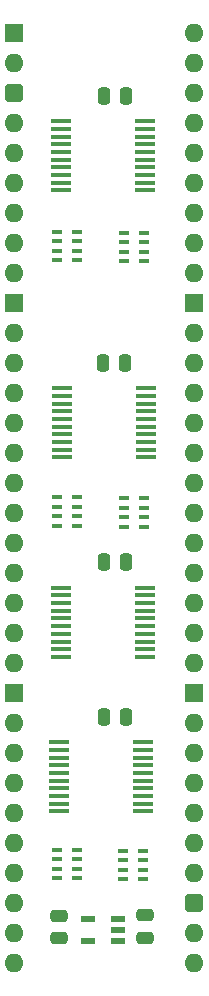
<source format=gts>
%TF.GenerationSoftware,KiCad,Pcbnew,8.0.4*%
%TF.CreationDate,2024-08-22T14:22:44+02:00*%
%TF.ProjectId,Device Buffer,44657669-6365-4204-9275-666665722e6b,V1*%
%TF.SameCoordinates,PX54c81a0PY37b6b20*%
%TF.FileFunction,Soldermask,Top*%
%TF.FilePolarity,Negative*%
%FSLAX46Y46*%
G04 Gerber Fmt 4.6, Leading zero omitted, Abs format (unit mm)*
G04 Created by KiCad (PCBNEW 8.0.4) date 2024-08-22 14:22:44*
%MOMM*%
%LPD*%
G01*
G04 APERTURE LIST*
G04 Aperture macros list*
%AMRoundRect*
0 Rectangle with rounded corners*
0 $1 Rounding radius*
0 $2 $3 $4 $5 $6 $7 $8 $9 X,Y pos of 4 corners*
0 Add a 4 corners polygon primitive as box body*
4,1,4,$2,$3,$4,$5,$6,$7,$8,$9,$2,$3,0*
0 Add four circle primitives for the rounded corners*
1,1,$1+$1,$2,$3*
1,1,$1+$1,$4,$5*
1,1,$1+$1,$6,$7*
1,1,$1+$1,$8,$9*
0 Add four rect primitives between the rounded corners*
20,1,$1+$1,$2,$3,$4,$5,0*
20,1,$1+$1,$4,$5,$6,$7,0*
20,1,$1+$1,$6,$7,$8,$9,0*
20,1,$1+$1,$8,$9,$2,$3,0*%
G04 Aperture macros list end*
%ADD10R,1.800000X0.450000*%
%ADD11RoundRect,0.250000X0.475000X-0.250000X0.475000X0.250000X-0.475000X0.250000X-0.475000X-0.250000X0*%
%ADD12RoundRect,0.250000X0.250000X0.475000X-0.250000X0.475000X-0.250000X-0.475000X0.250000X-0.475000X0*%
%ADD13R,0.900000X0.450000*%
%ADD14R,1.600000X1.600000*%
%ADD15O,1.600000X1.600000*%
%ADD16RoundRect,0.400000X-0.400000X-0.400000X0.400000X-0.400000X0.400000X0.400000X-0.400000X0.400000X0*%
%ADD17RoundRect,0.250000X-0.475000X0.250000X-0.475000X-0.250000X0.475000X-0.250000X0.475000X0.250000X0*%
%ADD18R,1.150000X0.600000*%
G04 APERTURE END LIST*
D10*
%TO.C,IC2*%
X4070000Y-30095000D03*
X4070000Y-30745000D03*
X4070000Y-31395000D03*
X4070000Y-32045000D03*
X4070000Y-32695000D03*
X4070000Y-33345000D03*
X4070000Y-33995000D03*
X4070000Y-34645000D03*
X4070000Y-35295000D03*
X4070000Y-35945000D03*
X11170000Y-35945000D03*
X11170000Y-35295000D03*
X11170000Y-34645000D03*
X11170000Y-33995000D03*
X11170000Y-33345000D03*
X11170000Y-32695000D03*
X11170000Y-32045000D03*
X11170000Y-31395000D03*
X11170000Y-30745000D03*
X11170000Y-30095000D03*
%TD*%
D11*
%TO.C,C8*%
X11049000Y-76626000D03*
X11049000Y-74726000D03*
%TD*%
D12*
%TO.C,C4*%
X9443000Y-57912000D03*
X7543000Y-57912000D03*
%TD*%
D13*
%TO.C,RN2*%
X5295000Y-19253000D03*
X5295000Y-18453000D03*
X5295000Y-17653000D03*
X5295000Y-16853000D03*
X3595000Y-16853000D03*
X3595000Y-17653000D03*
X3595000Y-18453000D03*
X3595000Y-19253000D03*
%TD*%
%TO.C,RN1*%
X9310000Y-16941800D03*
X9310000Y-17741800D03*
X9310000Y-18541800D03*
X9310000Y-19341800D03*
X11010000Y-19341800D03*
X11010000Y-18541800D03*
X11010000Y-17741800D03*
X11010000Y-16941800D03*
%TD*%
D14*
%TO.C,J2*%
X0Y0D03*
D15*
X0Y-2540000D03*
D16*
X0Y-5080000D03*
D15*
X0Y-7620000D03*
X0Y-10160000D03*
X0Y-12700000D03*
X0Y-15240000D03*
X0Y-17780000D03*
X0Y-20320000D03*
D14*
X0Y-22860000D03*
D15*
X0Y-25400000D03*
X0Y-27940000D03*
X0Y-30480000D03*
X0Y-33020000D03*
X0Y-35560000D03*
X0Y-38100000D03*
X0Y-40640000D03*
X0Y-43180000D03*
X0Y-45720000D03*
X0Y-48260000D03*
X0Y-50800000D03*
X0Y-53340000D03*
D14*
X0Y-55880000D03*
D15*
X0Y-58420000D03*
X0Y-60960000D03*
X0Y-63500000D03*
X0Y-66040000D03*
X0Y-68580000D03*
X0Y-71120000D03*
X0Y-73660000D03*
X0Y-76200000D03*
X0Y-78740000D03*
X15240000Y-78740000D03*
X15240000Y-76200000D03*
D16*
X15240000Y-73660000D03*
D15*
X15240000Y-71120000D03*
X15240000Y-68580000D03*
X15240000Y-66040000D03*
X15240000Y-63500000D03*
X15240000Y-60960000D03*
X15240000Y-58420000D03*
D14*
X15240000Y-55880000D03*
D15*
X15240000Y-53340000D03*
X15240000Y-50800000D03*
X15240000Y-48260000D03*
X15240000Y-45720000D03*
X15240000Y-43180000D03*
X15240000Y-40640000D03*
X15240000Y-38100000D03*
X15240000Y-35560000D03*
X15240000Y-33020000D03*
X15240000Y-30480000D03*
X15240000Y-27940000D03*
X15240000Y-25400000D03*
D14*
X15240000Y-22860000D03*
D15*
X15240000Y-20320000D03*
X15240000Y-17780000D03*
X15240000Y-15240000D03*
X15240000Y-12700000D03*
X15240000Y-10160000D03*
X15240000Y-7620000D03*
X15240000Y-5080000D03*
X15240000Y-2540000D03*
X15240000Y0D03*
%TD*%
D13*
%TO.C,RN3*%
X9310000Y-39420800D03*
X9310000Y-40220800D03*
X9310000Y-41020800D03*
X9310000Y-41820800D03*
X11010000Y-41820800D03*
X11010000Y-41020800D03*
X11010000Y-40220800D03*
X11010000Y-39420800D03*
%TD*%
D10*
%TO.C,IC3*%
X3943000Y-46986000D03*
X3943000Y-47636000D03*
X3943000Y-48286000D03*
X3943000Y-48936000D03*
X3943000Y-49586000D03*
X3943000Y-50236000D03*
X3943000Y-50886000D03*
X3943000Y-51536000D03*
X3943000Y-52186000D03*
X3943000Y-52836000D03*
X11043000Y-52836000D03*
X11043000Y-52186000D03*
X11043000Y-51536000D03*
X11043000Y-50886000D03*
X11043000Y-50236000D03*
X11043000Y-49586000D03*
X11043000Y-48936000D03*
X11043000Y-48286000D03*
X11043000Y-47636000D03*
X11043000Y-46986000D03*
%TD*%
D12*
%TO.C,C3*%
X9443000Y-44831000D03*
X7543000Y-44831000D03*
%TD*%
D10*
%TO.C,IC1*%
X3943000Y-7489000D03*
X3943000Y-8139000D03*
X3943000Y-8789000D03*
X3943000Y-9439000D03*
X3943000Y-10089000D03*
X3943000Y-10739000D03*
X3943000Y-11389000D03*
X3943000Y-12039000D03*
X3943000Y-12689000D03*
X3943000Y-13339000D03*
X11043000Y-13339000D03*
X11043000Y-12689000D03*
X11043000Y-12039000D03*
X11043000Y-11389000D03*
X11043000Y-10739000D03*
X11043000Y-10089000D03*
X11043000Y-9439000D03*
X11043000Y-8789000D03*
X11043000Y-8139000D03*
X11043000Y-7489000D03*
%TD*%
D13*
%TO.C,RN4*%
X5295000Y-41732200D03*
X5295000Y-40932200D03*
X5295000Y-40132200D03*
X5295000Y-39332200D03*
X3595000Y-39332200D03*
X3595000Y-40132200D03*
X3595000Y-40932200D03*
X3595000Y-41732200D03*
%TD*%
D17*
%TO.C,C9*%
X3810000Y-74758000D03*
X3810000Y-76658000D03*
%TD*%
D18*
%TO.C,IC5*%
X8793000Y-76896000D03*
X8793000Y-75946000D03*
X8793000Y-74996000D03*
X6193000Y-74996000D03*
X6193000Y-76896000D03*
%TD*%
D10*
%TO.C,IC4*%
X3816000Y-60067000D03*
X3816000Y-60717000D03*
X3816000Y-61367000D03*
X3816000Y-62017000D03*
X3816000Y-62667000D03*
X3816000Y-63317000D03*
X3816000Y-63967000D03*
X3816000Y-64617000D03*
X3816000Y-65267000D03*
X3816000Y-65917000D03*
X10916000Y-65917000D03*
X10916000Y-65267000D03*
X10916000Y-64617000D03*
X10916000Y-63967000D03*
X10916000Y-63317000D03*
X10916000Y-62667000D03*
X10916000Y-62017000D03*
X10916000Y-61367000D03*
X10916000Y-60717000D03*
X10916000Y-60067000D03*
%TD*%
D12*
%TO.C,C5*%
X9393000Y-27940000D03*
X7493000Y-27940000D03*
%TD*%
D13*
%TO.C,RN7*%
X9183000Y-69265800D03*
X9183000Y-70065800D03*
X9183000Y-70865800D03*
X9183000Y-71665800D03*
X10883000Y-71665800D03*
X10883000Y-70865800D03*
X10883000Y-70065800D03*
X10883000Y-69265800D03*
%TD*%
%TO.C,RN8*%
X5295000Y-71577200D03*
X5295000Y-70777200D03*
X5295000Y-69977200D03*
X5295000Y-69177200D03*
X3595000Y-69177200D03*
X3595000Y-69977200D03*
X3595000Y-70777200D03*
X3595000Y-71577200D03*
%TD*%
D12*
%TO.C,C1*%
X9443000Y-5334000D03*
X7543000Y-5334000D03*
%TD*%
M02*

</source>
